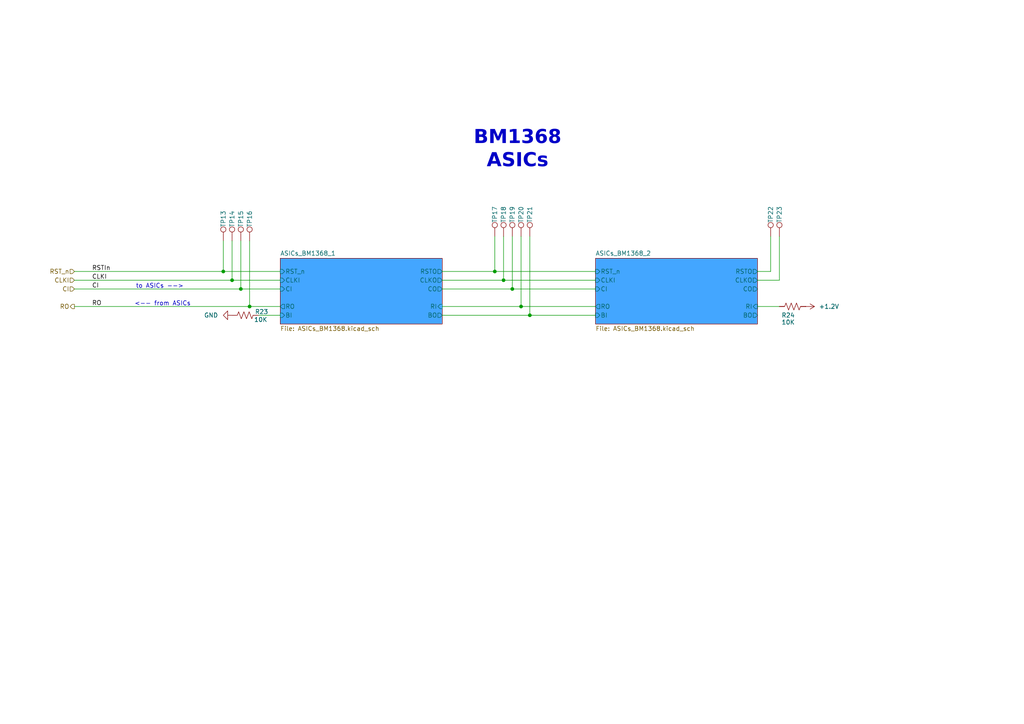
<source format=kicad_sch>
(kicad_sch (version 20231120) (generator "eeschema") (generator_version "8.0")
  (paper "A4")
  (lib_symbols
    (symbol "Connector:TestPoint" (pin_numbers hide) (pin_names (offset 0.762) hide)
      (property "Reference" "TP" (at 0 6.858 0))
      (property "Value" "TestPoint" (at 0 5.08 0))
      (symbol "TestPoint_0_1"
        (circle (center 0 3.302) (radius 0.762))
      )
      (symbol "TestPoint_1_1"
        (pin passive line (at 0 0 90) (length 2.54) (name "1") (number "1"))
      )
    )
    (symbol "Device:R_US" (pin_numbers hide) (pin_names (offset 0))
      (property "Reference" "R" (at 2.54 0 90))
      (property "Value" "R_US" (at -2.54 0 90))
      (symbol "R_US_0_1"
        (polyline (pts (xy 0 -2.286) (xy 0 -2.54)))
        (polyline (pts (xy 0 2.286) (xy 0 2.54)))
        (polyline (pts (xy 0 -0.762) (xy 1.016 -1.143) (xy 0 -1.524) (xy -1.016 -1.905) (xy 0 -2.286)))
        (polyline (pts (xy 0 0.762) (xy 1.016 0.381) (xy 0 0) (xy -1.016 -0.381) (xy 0 -0.762)))
        (polyline (pts (xy 0 2.286) (xy 1.016 1.905) (xy 0 1.524) (xy -1.016 1.143) (xy 0 0.762)))
      )
      (symbol "R_US_1_1"
        (pin passive line (at 0 3.81 270) (length 1.27) (name "~") (number "1"))
        (pin passive line (at 0 -3.81 90) (length 1.27) (name "~") (number "2"))
      )
    )
    (symbol "power:GND" (power) (pin_numbers hide) (pin_names (offset 0) hide)
      (property "Value" "GND" (at 0 -3.81 0))
      (symbol "GND_0_1"
        (polyline (pts (xy 0 0) (xy 0 -1.27) (xy 1.27 -1.27) (xy 0 -2.54) (xy -1.27 -1.27) (xy 0 -1.27)))
      )
      (symbol "GND_1_1"
        (pin power_in line (at 0 0 270) (length 0) (name "~") (number "1"))
      )
    )
    (symbol "power:VDD" (power) (pin_numbers hide) (pin_names (offset 0) hide)
      (property "Value" "VDD" (at 0 3.556 0))
      (symbol "VDD_0_1"
        (polyline (pts (xy -0.762 1.27) (xy 0 2.54)))
        (polyline (pts (xy 0 0) (xy 0 2.54)))
        (polyline (pts (xy 0 2.54) (xy 0.762 1.27)))
      )
      (symbol "VDD_1_1"
        (pin power_in line (at 0 0 90) (length 0) (name "~") (number "1"))
      )
    )
  )
  (junction (at 67.31 81.28))
  (junction (at 143.51 78.74))
  (junction (at 151.13 88.9))
  (junction (at 64.77 78.74))
  (junction (at 153.67 91.44))
  (junction (at 72.39 88.9))
  (junction (at 69.85 83.82))
  (junction (at 146.05 81.28))
  (junction (at 148.59 83.82))
  (wire (pts (xy 219.71 78.74) (xy 223.52 78.74)))
  (wire (pts (xy 128.27 83.82) (xy 148.59 83.82)))
  (wire (pts (xy 21.59 88.9) (xy 72.39 88.9)))
  (wire (pts (xy 143.51 78.74) (xy 172.72 78.74)))
  (wire (pts (xy 69.85 69.85) (xy 69.85 83.82)))
  (wire (pts (xy 72.39 69.85) (xy 72.39 88.9)))
  (wire (pts (xy 153.67 91.44) (xy 172.72 91.44)))
  (wire (pts (xy 69.85 83.82) (xy 81.28 83.82)))
  (wire (pts (xy 148.59 68.58) (xy 148.59 83.82)))
  (wire (pts (xy 219.71 81.28) (xy 226.06 81.28)))
  (wire (pts (xy 74.93 91.44) (xy 81.28 91.44)))
  (wire (pts (xy 128.27 88.9) (xy 151.13 88.9)))
  (wire (pts (xy 146.05 68.58) (xy 146.05 81.28)))
  (wire (pts (xy 146.05 81.28) (xy 172.72 81.28)))
  (wire (pts (xy 219.71 88.9) (xy 226.06 88.9)))
  (wire (pts (xy 67.31 69.85) (xy 67.31 81.28)))
  (wire (pts (xy 64.77 78.74) (xy 81.28 78.74)))
  (wire (pts (xy 21.59 83.82) (xy 69.85 83.82)))
  (wire (pts (xy 64.77 69.85) (xy 64.77 78.74)))
  (wire (pts (xy 223.52 68.58) (xy 223.52 78.74)))
  (wire (pts (xy 153.67 68.58) (xy 153.67 91.44)))
  (wire (pts (xy 21.59 78.74) (xy 64.77 78.74)))
  (wire (pts (xy 226.06 68.58) (xy 226.06 81.28)))
  (wire (pts (xy 128.27 91.44) (xy 153.67 91.44)))
  (wire (pts (xy 72.39 88.9) (xy 81.28 88.9)))
  (wire (pts (xy 67.31 81.28) (xy 81.28 81.28)))
  (wire (pts (xy 21.59 81.28) (xy 67.31 81.28)))
  (wire (pts (xy 128.27 78.74) (xy 143.51 78.74)))
  (wire (pts (xy 143.51 68.58) (xy 143.51 78.74)))
  (wire (pts (xy 148.59 83.82) (xy 172.72 83.82)))
  (wire (pts (xy 128.27 81.28) (xy 146.05 81.28)))
  (wire (pts (xy 151.13 88.9) (xy 172.72 88.9)))
  (wire (pts (xy 151.13 68.58) (xy 151.13 88.9)))
  (text "BM1368\nASICs" (at 150.114 44.45 0) (effects (font (size 4 4) (thickness 0.8) (bold yes))))
  (text "<-- from ASICs" (at 55.372 88.138 0) (effects (font (size 1.27 1.27)) (justify right)))
  (text "to ASICs -->" (at 39.37 83.058 0) (effects (font (size 1.27 1.27)) (justify left)))
  (label "RO" (at 26.67 88.9 0))
  (label "CLKI" (at 26.67 81.28 0))
  (label "RSTIn" (at 26.67 78.74 0))
  (label "CI" (at 26.67 83.82 0))
  (hierarchical_label "CLKI" (shape input) (at 21.59 81.28 180))
  (hierarchical_label "RO" (shape output) (at 21.59 88.9 180))
  (hierarchical_label "CI" (shape input) (at 21.59 83.82 180))
  (hierarchical_label "RST_n" (shape input) (at 21.59 78.74 180))
  (symbol (lib_id "Connector:TestPoint") (at 223.52 68.58 0) (unit 1) (in_bom no)
    (property "Reference" "TP22" (at 223.52 62.23 90))
    (property "Value" "TestPoint" (effects (hide yes)))
    (property "Footprint" "TestPoint:TestPoint_Pad_D1.0mm" (effects (hide yes)))
  )
  (symbol (lib_id "Connector:TestPoint") (at 146.05 68.58 0) (unit 1) (in_bom no)
    (property "Reference" "TP18" (at 146.05 62.23 90))
    (property "Value" "TestPoint" (effects (hide yes)))
    (property "Footprint" "TestPoint:TestPoint_Pad_D1.0mm" (effects (hide yes)))
  )
  (symbol (lib_id "power:GND") (at 67.31 91.44 270) (unit 1)
    (property "Reference" "#PWR089" (effects (hide yes)))
    (property "Value" "GND" (at 61.214 91.44 90))
    (property "Description" "Power symbol creates a global label with name \"GND\" , ground" (effects (hide yes)))
  )
  (symbol (lib_id "Connector:TestPoint") (at 67.31 69.85 0) (unit 1) (in_bom no)
    (property "Reference" "TP14" (at 67.31 63.5 90))
    (property "Value" "TestPoint" (effects (hide yes)))
    (property "Footprint" "TestPoint:TestPoint_Pad_D1.0mm" (effects (hide yes)))
  )
  (symbol (lib_id "Connector:TestPoint") (at 148.59 68.58 0) (mirror y) (unit 1) (in_bom no)
    (property "Reference" "TP19" (at 148.59 62.23 90))
    (property "Value" "TestPoint" (effects (hide yes)))
    (property "Footprint" "TestPoint:TestPoint_Pad_D1.0mm" (effects (hide yes)))
  )
  (symbol (lib_id "Device:R_US") (at 229.87 88.9 270) (unit 1)
    (property "Reference" "R24" (at 228.6 91.44 90))
    (property "Value" "10K" (at 228.6 93.472 90))
    (property "Footprint" "Resistor_SMD:R_0402_1005Metric" (effects (hide yes)))
    (property "MP" "RMC1/16SK1002FTH" (effects (hide yes)))
    (property "P/N MOUSER" "791-RMC1/16SK103FTH" (effects (hide yes)))
  )
  (symbol (lib_id "Connector:TestPoint") (at 143.51 68.58 0) (unit 1) (in_bom no)
    (property "Reference" "TP17" (at 143.51 62.23 90))
    (property "Value" "TestPoint" (effects (hide yes)))
    (property "Footprint" "TestPoint:TestPoint_Pad_D1.0mm" (effects (hide yes)))
  )
  (symbol (lib_id "Connector:TestPoint") (at 64.77 69.85 0) (unit 1) (in_bom no)
    (property "Reference" "TP13" (at 64.77 63.5 90))
    (property "Value" "TestPoint" (effects (hide yes)))
    (property "Footprint" "TestPoint:TestPoint_Pad_D1.0mm" (effects (hide yes)))
  )
  (symbol (lib_id "Connector:TestPoint") (at 226.06 68.58 0) (unit 1) (in_bom no)
    (property "Reference" "TP23" (at 226.06 62.23 90))
    (property "Value" "TestPoint" (effects (hide yes)))
    (property "Footprint" "TestPoint:TestPoint_Pad_D1.0mm" (effects (hide yes)))
  )
  (symbol (lib_id "Device:R_US") (at 71.12 91.44 90) (unit 1)
    (property "Reference" "R23" (at 73.914 90.424 90) (effects (justify right)))
    (property "Value" "10K" (at 73.66 92.71 90) (effects (justify right)))
    (property "Footprint" "Resistor_SMD:R_0402_1005Metric" (effects (hide yes)))
    (property "MP" "RMC1/16SK1002FTH" (effects (hide yes)))
    (property "P/N MOUSER" "791-RMC1/16SK103FTH" (effects (hide yes)))
  )
  (symbol (lib_id "power:VDD") (at 233.68 88.9 270) (unit 1)
    (property "Reference" "#PWR090" (effects (hide yes)))
    (property "Value" "+1.2V" (at 237.49 88.8999 90) (effects (justify left)))
    (property "Description" "Power symbol creates a global label with name \"VDD\"" (effects (hide yes)))
  )
  (symbol (lib_id "Connector:TestPoint") (at 151.13 68.58 0) (unit 1) (in_bom no)
    (property "Reference" "TP20" (at 151.13 62.23 90))
    (property "Value" "TestPoint" (effects (hide yes)))
    (property "Footprint" "TestPoint:TestPoint_Pad_D1.0mm" (effects (hide yes)))
  )
  (symbol (lib_id "Connector:TestPoint") (at 69.85 69.85 0) (mirror y) (unit 1) (in_bom no)
    (property "Reference" "TP15" (at 69.85 63.5 90))
    (property "Value" "TestPoint" (effects (hide yes)))
    (property "Footprint" "TestPoint:TestPoint_Pad_D1.0mm" (effects (hide yes)))
  )
  (symbol (lib_id "Connector:TestPoint") (at 72.39 69.85 0) (unit 1) (in_bom no)
    (property "Reference" "TP16" (at 72.39 63.5 90))
    (property "Value" "TestPoint" (effects (hide yes)))
    (property "Footprint" "TestPoint:TestPoint_Pad_D1.0mm" (effects (hide yes)))
  )
  (symbol (lib_id "Connector:TestPoint") (at 153.67 68.58 0) (mirror y) (unit 1) (in_bom no)
    (property "Reference" "TP21" (at 153.67 62.23 90))
    (property "Value" "TestPoint" (effects (hide yes)))
    (property "Footprint" "TestPoint:TestPoint_Pad_D1.0mm" (effects (hide yes)))
  )
  (sheet (at 81.28 74.93) (size 46.99 19.05) (stroke (width 0.1524)) (fill (color 67 166 255 1.0000))
    (property "Sheetname" "ASICs_BM1368_1" (at 81.28 74.2184 0) (effects (justify left bottom)))
    (property "Sheetfile" "ASICs_BM1368.kicad_sch" (at 81.28 94.5646 0) (effects (justify left top)))
    (pin "RST_n" input (at 81.28 78.74 180))
    (pin "BI" input (at 81.28 91.44 180))
    (pin "CLKI" input (at 81.28 81.28 180))
    (pin "RO" output (at 81.28 88.9 180))
    (pin "CI" input (at 81.28 83.82 180))
    (pin "RI" input (at 128.27 88.9 0))
    (pin "BO" output (at 128.27 91.44 0))
    (pin "CLKO" output (at 128.27 81.28 0))
    (pin "RSTO" output (at 128.27 78.74 0))
    (pin "CO" output (at 128.27 83.82 0))
  )
  (sheet (at 172.72 74.93) (size 46.99 19.05) (stroke (width 0.1524)) (fill (color 67 166 255 1.0000))
    (property "Sheetname" "ASICs_BM1368_2" (at 172.72 74.2184 0) (effects (justify left bottom)))
    (property "Sheetfile" "ASICs_BM1368.kicad_sch" (at 172.72 94.5646 0) (effects (justify left top)))
    (pin "RST_n" input (at 172.72 78.74 180))
    (pin "BI" input (at 172.72 91.44 180))
    (pin "CLKI" input (at 172.72 81.28 180))
    (pin "RO" output (at 172.72 88.9 180))
    (pin "CI" input (at 172.72 83.82 180))
    (pin "RI" input (at 219.71 88.9 0))
    (pin "BO" output (at 219.71 91.44 0))
    (pin "CLKO" output (at 219.71 81.28 0))
    (pin "RSTO" output (at 219.71 78.74 0))
    (pin "CO" output (at 219.71 83.82 0))
  )
)
</source>
